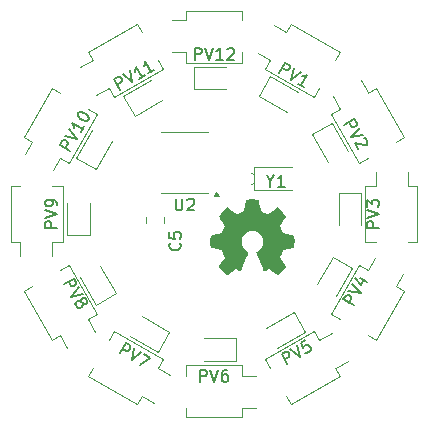
<source format=gbr>
%TF.GenerationSoftware,KiCad,Pcbnew,8.0.7*%
%TF.CreationDate,2025-01-14T01:45:44+02:00*%
%TF.ProjectId,LumiTimeV2,4c756d69-5469-46d6-9556-322e6b696361,rev?*%
%TF.SameCoordinates,Original*%
%TF.FileFunction,Legend,Top*%
%TF.FilePolarity,Positive*%
%FSLAX46Y46*%
G04 Gerber Fmt 4.6, Leading zero omitted, Abs format (unit mm)*
G04 Created by KiCad (PCBNEW 8.0.7) date 2025-01-14 01:45:44*
%MOMM*%
%LPD*%
G01*
G04 APERTURE LIST*
%ADD10C,0.150000*%
%ADD11C,0.120000*%
%ADD12C,0.000000*%
G04 APERTURE END LIST*
D10*
X148367143Y-86954819D02*
X148367143Y-85954819D01*
X148367143Y-85954819D02*
X148748095Y-85954819D01*
X148748095Y-85954819D02*
X148843333Y-86002438D01*
X148843333Y-86002438D02*
X148890952Y-86050057D01*
X148890952Y-86050057D02*
X148938571Y-86145295D01*
X148938571Y-86145295D02*
X148938571Y-86288152D01*
X148938571Y-86288152D02*
X148890952Y-86383390D01*
X148890952Y-86383390D02*
X148843333Y-86431009D01*
X148843333Y-86431009D02*
X148748095Y-86478628D01*
X148748095Y-86478628D02*
X148367143Y-86478628D01*
X149224286Y-85954819D02*
X149557619Y-86954819D01*
X149557619Y-86954819D02*
X149890952Y-85954819D01*
X150748095Y-86954819D02*
X150176667Y-86954819D01*
X150462381Y-86954819D02*
X150462381Y-85954819D01*
X150462381Y-85954819D02*
X150367143Y-86097676D01*
X150367143Y-86097676D02*
X150271905Y-86192914D01*
X150271905Y-86192914D02*
X150176667Y-86240533D01*
X151129048Y-86050057D02*
X151176667Y-86002438D01*
X151176667Y-86002438D02*
X151271905Y-85954819D01*
X151271905Y-85954819D02*
X151510000Y-85954819D01*
X151510000Y-85954819D02*
X151605238Y-86002438D01*
X151605238Y-86002438D02*
X151652857Y-86050057D01*
X151652857Y-86050057D02*
X151700476Y-86145295D01*
X151700476Y-86145295D02*
X151700476Y-86240533D01*
X151700476Y-86240533D02*
X151652857Y-86383390D01*
X151652857Y-86383390D02*
X151081429Y-86954819D01*
X151081429Y-86954819D02*
X151700476Y-86954819D01*
X146738095Y-98704819D02*
X146738095Y-99514342D01*
X146738095Y-99514342D02*
X146785714Y-99609580D01*
X146785714Y-99609580D02*
X146833333Y-99657200D01*
X146833333Y-99657200D02*
X146928571Y-99704819D01*
X146928571Y-99704819D02*
X147119047Y-99704819D01*
X147119047Y-99704819D02*
X147214285Y-99657200D01*
X147214285Y-99657200D02*
X147261904Y-99609580D01*
X147261904Y-99609580D02*
X147309523Y-99514342D01*
X147309523Y-99514342D02*
X147309523Y-98704819D01*
X147738095Y-98800057D02*
X147785714Y-98752438D01*
X147785714Y-98752438D02*
X147880952Y-98704819D01*
X147880952Y-98704819D02*
X148119047Y-98704819D01*
X148119047Y-98704819D02*
X148214285Y-98752438D01*
X148214285Y-98752438D02*
X148261904Y-98800057D01*
X148261904Y-98800057D02*
X148309523Y-98895295D01*
X148309523Y-98895295D02*
X148309523Y-98990533D01*
X148309523Y-98990533D02*
X148261904Y-99133390D01*
X148261904Y-99133390D02*
X147690476Y-99704819D01*
X147690476Y-99704819D02*
X148309523Y-99704819D01*
X155512227Y-88060551D02*
X156012227Y-87194526D01*
X156012227Y-87194526D02*
X156342141Y-87385002D01*
X156342141Y-87385002D02*
X156400810Y-87473860D01*
X156400810Y-87473860D02*
X156418240Y-87538909D01*
X156418240Y-87538909D02*
X156411860Y-87645197D01*
X156411860Y-87645197D02*
X156340432Y-87768915D01*
X156340432Y-87768915D02*
X156251574Y-87827584D01*
X156251574Y-87827584D02*
X156186525Y-87845014D01*
X156186525Y-87845014D02*
X156080237Y-87838634D01*
X156080237Y-87838634D02*
X155750322Y-87648158D01*
X156754534Y-87623097D02*
X156543210Y-88655789D01*
X156543210Y-88655789D02*
X157331885Y-87956430D01*
X157574192Y-89251027D02*
X157079321Y-88965313D01*
X157326756Y-89108170D02*
X157826756Y-88242145D01*
X157826756Y-88242145D02*
X157672849Y-88318244D01*
X157672849Y-88318244D02*
X157542752Y-88353103D01*
X157542752Y-88353103D02*
X157436463Y-88346723D01*
X137272781Y-105967046D02*
X138138807Y-105467046D01*
X138138807Y-105467046D02*
X138329283Y-105796960D01*
X138329283Y-105796960D02*
X138335663Y-105903249D01*
X138335663Y-105903249D02*
X138318233Y-105968297D01*
X138318233Y-105968297D02*
X138259564Y-106057156D01*
X138259564Y-106057156D02*
X138135846Y-106128584D01*
X138135846Y-106128584D02*
X138029558Y-106134964D01*
X138029558Y-106134964D02*
X137964509Y-106117534D01*
X137964509Y-106117534D02*
X137875651Y-106058865D01*
X137875651Y-106058865D02*
X137685174Y-105728951D01*
X138567378Y-106209353D02*
X137868019Y-106998029D01*
X137868019Y-106998029D02*
X138900711Y-106786704D01*
X138767653Y-107413383D02*
X138761273Y-107307094D01*
X138761273Y-107307094D02*
X138778703Y-107242046D01*
X138778703Y-107242046D02*
X138837372Y-107153187D01*
X138837372Y-107153187D02*
X138878611Y-107129378D01*
X138878611Y-107129378D02*
X138984900Y-107122998D01*
X138984900Y-107122998D02*
X139049948Y-107140428D01*
X139049948Y-107140428D02*
X139138807Y-107199097D01*
X139138807Y-107199097D02*
X139234045Y-107364054D01*
X139234045Y-107364054D02*
X139240425Y-107470342D01*
X139240425Y-107470342D02*
X139222995Y-107535391D01*
X139222995Y-107535391D02*
X139164326Y-107624249D01*
X139164326Y-107624249D02*
X139123086Y-107648059D01*
X139123086Y-107648059D02*
X139016798Y-107654439D01*
X139016798Y-107654439D02*
X138951749Y-107637009D01*
X138951749Y-107637009D02*
X138862891Y-107578340D01*
X138862891Y-107578340D02*
X138767653Y-107413383D01*
X138767653Y-107413383D02*
X138678795Y-107354714D01*
X138678795Y-107354714D02*
X138613746Y-107337284D01*
X138613746Y-107337284D02*
X138507458Y-107343663D01*
X138507458Y-107343663D02*
X138342500Y-107438902D01*
X138342500Y-107438902D02*
X138283831Y-107527760D01*
X138283831Y-107527760D02*
X138266402Y-107592809D01*
X138266402Y-107592809D02*
X138272781Y-107699097D01*
X138272781Y-107699097D02*
X138368019Y-107864054D01*
X138368019Y-107864054D02*
X138456878Y-107922723D01*
X138456878Y-107922723D02*
X138521927Y-107940153D01*
X138521927Y-107940153D02*
X138628215Y-107933773D01*
X138628215Y-107933773D02*
X138793172Y-107838535D01*
X138793172Y-107838535D02*
X138851841Y-107749677D01*
X138851841Y-107749677D02*
X138869271Y-107684628D01*
X138869271Y-107684628D02*
X138862891Y-107578340D01*
X142012227Y-111810551D02*
X142512227Y-110944526D01*
X142512227Y-110944526D02*
X142842141Y-111135002D01*
X142842141Y-111135002D02*
X142900810Y-111223860D01*
X142900810Y-111223860D02*
X142918240Y-111288909D01*
X142918240Y-111288909D02*
X142911860Y-111395197D01*
X142911860Y-111395197D02*
X142840432Y-111518915D01*
X142840432Y-111518915D02*
X142751574Y-111577584D01*
X142751574Y-111577584D02*
X142686525Y-111595014D01*
X142686525Y-111595014D02*
X142580237Y-111588634D01*
X142580237Y-111588634D02*
X142250322Y-111398158D01*
X143254534Y-111373097D02*
X143043210Y-112405789D01*
X143043210Y-112405789D02*
X143831885Y-111706430D01*
X144038081Y-111825478D02*
X144615432Y-112158811D01*
X144615432Y-112158811D02*
X143744278Y-112810551D01*
X163954819Y-101166666D02*
X162954819Y-101166666D01*
X162954819Y-101166666D02*
X162954819Y-100785714D01*
X162954819Y-100785714D02*
X163002438Y-100690476D01*
X163002438Y-100690476D02*
X163050057Y-100642857D01*
X163050057Y-100642857D02*
X163145295Y-100595238D01*
X163145295Y-100595238D02*
X163288152Y-100595238D01*
X163288152Y-100595238D02*
X163383390Y-100642857D01*
X163383390Y-100642857D02*
X163431009Y-100690476D01*
X163431009Y-100690476D02*
X163478628Y-100785714D01*
X163478628Y-100785714D02*
X163478628Y-101166666D01*
X162954819Y-100309523D02*
X163954819Y-99976190D01*
X163954819Y-99976190D02*
X162954819Y-99642857D01*
X162954819Y-99404761D02*
X162954819Y-98785714D01*
X162954819Y-98785714D02*
X163335771Y-99119047D01*
X163335771Y-99119047D02*
X163335771Y-98976190D01*
X163335771Y-98976190D02*
X163383390Y-98880952D01*
X163383390Y-98880952D02*
X163431009Y-98833333D01*
X163431009Y-98833333D02*
X163526247Y-98785714D01*
X163526247Y-98785714D02*
X163764342Y-98785714D01*
X163764342Y-98785714D02*
X163859580Y-98833333D01*
X163859580Y-98833333D02*
X163907200Y-98880952D01*
X163907200Y-98880952D02*
X163954819Y-98976190D01*
X163954819Y-98976190D02*
X163954819Y-99261904D01*
X163954819Y-99261904D02*
X163907200Y-99357142D01*
X163907200Y-99357142D02*
X163859580Y-99404761D01*
X161022781Y-92467046D02*
X161888807Y-91967046D01*
X161888807Y-91967046D02*
X162079283Y-92296960D01*
X162079283Y-92296960D02*
X162085663Y-92403249D01*
X162085663Y-92403249D02*
X162068233Y-92468297D01*
X162068233Y-92468297D02*
X162009564Y-92557156D01*
X162009564Y-92557156D02*
X161885846Y-92628584D01*
X161885846Y-92628584D02*
X161779558Y-92634964D01*
X161779558Y-92634964D02*
X161714509Y-92617534D01*
X161714509Y-92617534D02*
X161625651Y-92558865D01*
X161625651Y-92558865D02*
X161435174Y-92228951D01*
X162317378Y-92709353D02*
X161618019Y-93498029D01*
X161618019Y-93498029D02*
X162650711Y-93286704D01*
X162711090Y-93581759D02*
X162776139Y-93599189D01*
X162776139Y-93599189D02*
X162864997Y-93657858D01*
X162864997Y-93657858D02*
X162984045Y-93864054D01*
X162984045Y-93864054D02*
X162990425Y-93970342D01*
X162990425Y-93970342D02*
X162972995Y-94035391D01*
X162972995Y-94035391D02*
X162914326Y-94124249D01*
X162914326Y-94124249D02*
X162831847Y-94171868D01*
X162831847Y-94171868D02*
X162684320Y-94202058D01*
X162684320Y-94202058D02*
X161903734Y-93992900D01*
X161903734Y-93992900D02*
X162213258Y-94529011D01*
X154773809Y-97228628D02*
X154773809Y-97704819D01*
X154440476Y-96704819D02*
X154773809Y-97228628D01*
X154773809Y-97228628D02*
X155107142Y-96704819D01*
X155964285Y-97704819D02*
X155392857Y-97704819D01*
X155678571Y-97704819D02*
X155678571Y-96704819D01*
X155678571Y-96704819D02*
X155583333Y-96847676D01*
X155583333Y-96847676D02*
X155488095Y-96942914D01*
X155488095Y-96942914D02*
X155392857Y-96990533D01*
X147109580Y-102466666D02*
X147157200Y-102514285D01*
X147157200Y-102514285D02*
X147204819Y-102657142D01*
X147204819Y-102657142D02*
X147204819Y-102752380D01*
X147204819Y-102752380D02*
X147157200Y-102895237D01*
X147157200Y-102895237D02*
X147061961Y-102990475D01*
X147061961Y-102990475D02*
X146966723Y-103038094D01*
X146966723Y-103038094D02*
X146776247Y-103085713D01*
X146776247Y-103085713D02*
X146633390Y-103085713D01*
X146633390Y-103085713D02*
X146442914Y-103038094D01*
X146442914Y-103038094D02*
X146347676Y-102990475D01*
X146347676Y-102990475D02*
X146252438Y-102895237D01*
X146252438Y-102895237D02*
X146204819Y-102752380D01*
X146204819Y-102752380D02*
X146204819Y-102657142D01*
X146204819Y-102657142D02*
X146252438Y-102514285D01*
X146252438Y-102514285D02*
X146300057Y-102466666D01*
X146204819Y-101561904D02*
X146204819Y-102038094D01*
X146204819Y-102038094D02*
X146681009Y-102085713D01*
X146681009Y-102085713D02*
X146633390Y-102038094D01*
X146633390Y-102038094D02*
X146585771Y-101942856D01*
X146585771Y-101942856D02*
X146585771Y-101704761D01*
X146585771Y-101704761D02*
X146633390Y-101609523D01*
X146633390Y-101609523D02*
X146681009Y-101561904D01*
X146681009Y-101561904D02*
X146776247Y-101514285D01*
X146776247Y-101514285D02*
X147014342Y-101514285D01*
X147014342Y-101514285D02*
X147109580Y-101561904D01*
X147109580Y-101561904D02*
X147157200Y-101609523D01*
X147157200Y-101609523D02*
X147204819Y-101704761D01*
X147204819Y-101704761D02*
X147204819Y-101942856D01*
X147204819Y-101942856D02*
X147157200Y-102038094D01*
X147157200Y-102038094D02*
X147109580Y-102085713D01*
X137822456Y-94650165D02*
X136956431Y-94150165D01*
X136956431Y-94150165D02*
X137146907Y-93820250D01*
X137146907Y-93820250D02*
X137235765Y-93761581D01*
X137235765Y-93761581D02*
X137300814Y-93744151D01*
X137300814Y-93744151D02*
X137407102Y-93750531D01*
X137407102Y-93750531D02*
X137530820Y-93821960D01*
X137530820Y-93821960D02*
X137589489Y-93910818D01*
X137589489Y-93910818D02*
X137606919Y-93975867D01*
X137606919Y-93975867D02*
X137600539Y-94082155D01*
X137600539Y-94082155D02*
X137410063Y-94412069D01*
X137385002Y-93407857D02*
X138417694Y-93619182D01*
X138417694Y-93619182D02*
X137718335Y-92830507D01*
X139012932Y-92588199D02*
X138727218Y-93083071D01*
X138870075Y-92835635D02*
X138004050Y-92335635D01*
X138004050Y-92335635D02*
X138080149Y-92489542D01*
X138080149Y-92489542D02*
X138115008Y-92619640D01*
X138115008Y-92619640D02*
X138108628Y-92725928D01*
X138456431Y-91552088D02*
X138504050Y-91469610D01*
X138504050Y-91469610D02*
X138592908Y-91410941D01*
X138592908Y-91410941D02*
X138657957Y-91393511D01*
X138657957Y-91393511D02*
X138764245Y-91399891D01*
X138764245Y-91399891D02*
X138953012Y-91453889D01*
X138953012Y-91453889D02*
X139159208Y-91572937D01*
X139159208Y-91572937D02*
X139300356Y-91709414D01*
X139300356Y-91709414D02*
X139359025Y-91798273D01*
X139359025Y-91798273D02*
X139376455Y-91863322D01*
X139376455Y-91863322D02*
X139370075Y-91969610D01*
X139370075Y-91969610D02*
X139322456Y-92052088D01*
X139322456Y-92052088D02*
X139233598Y-92110757D01*
X139233598Y-92110757D02*
X139168549Y-92128187D01*
X139168549Y-92128187D02*
X139062261Y-92121807D01*
X139062261Y-92121807D02*
X138873494Y-92067809D01*
X138873494Y-92067809D02*
X138667297Y-91948761D01*
X138667297Y-91948761D02*
X138526150Y-91812284D01*
X138526150Y-91812284D02*
X138467481Y-91723425D01*
X138467481Y-91723425D02*
X138450051Y-91658376D01*
X138450051Y-91658376D02*
X138456431Y-91552088D01*
X161810551Y-107737773D02*
X160944526Y-107237773D01*
X160944526Y-107237773D02*
X161135002Y-106907859D01*
X161135002Y-106907859D02*
X161223860Y-106849190D01*
X161223860Y-106849190D02*
X161288909Y-106831760D01*
X161288909Y-106831760D02*
X161395197Y-106838140D01*
X161395197Y-106838140D02*
X161518915Y-106909568D01*
X161518915Y-106909568D02*
X161577584Y-106998426D01*
X161577584Y-106998426D02*
X161595014Y-107063475D01*
X161595014Y-107063475D02*
X161588634Y-107169763D01*
X161588634Y-107169763D02*
X161398158Y-107499678D01*
X161373097Y-106495466D02*
X162405789Y-106706790D01*
X162405789Y-106706790D02*
X161706430Y-105918115D01*
X162376058Y-105424953D02*
X162953408Y-105758286D01*
X161927096Y-105440673D02*
X162426638Y-106004013D01*
X162426638Y-106004013D02*
X162736162Y-105467902D01*
X156217046Y-112727218D02*
X155717046Y-111861192D01*
X155717046Y-111861192D02*
X156046960Y-111670716D01*
X156046960Y-111670716D02*
X156153249Y-111664336D01*
X156153249Y-111664336D02*
X156218297Y-111681766D01*
X156218297Y-111681766D02*
X156307156Y-111740435D01*
X156307156Y-111740435D02*
X156378584Y-111864153D01*
X156378584Y-111864153D02*
X156384964Y-111970441D01*
X156384964Y-111970441D02*
X156367534Y-112035490D01*
X156367534Y-112035490D02*
X156308865Y-112124348D01*
X156308865Y-112124348D02*
X155978951Y-112314825D01*
X156459353Y-111432621D02*
X157248029Y-112131980D01*
X157248029Y-112131980D02*
X157036704Y-111099288D01*
X157737772Y-110694526D02*
X157325379Y-110932621D01*
X157325379Y-110932621D02*
X157522235Y-111368823D01*
X157522235Y-111368823D02*
X157539665Y-111303775D01*
X157539665Y-111303775D02*
X157598334Y-111214916D01*
X157598334Y-111214916D02*
X157804530Y-111095869D01*
X157804530Y-111095869D02*
X157910818Y-111089489D01*
X157910818Y-111089489D02*
X157975867Y-111106919D01*
X157975867Y-111106919D02*
X158064726Y-111165588D01*
X158064726Y-111165588D02*
X158183773Y-111371784D01*
X158183773Y-111371784D02*
X158190153Y-111478072D01*
X158190153Y-111478072D02*
X158172723Y-111543121D01*
X158172723Y-111543121D02*
X158114054Y-111631980D01*
X158114054Y-111631980D02*
X157907858Y-111751027D01*
X157907858Y-111751027D02*
X157801569Y-111757407D01*
X157801569Y-111757407D02*
X157736521Y-111739977D01*
X142054653Y-89465313D02*
X141554653Y-88599287D01*
X141554653Y-88599287D02*
X141884568Y-88408811D01*
X141884568Y-88408811D02*
X141990856Y-88402431D01*
X141990856Y-88402431D02*
X142055905Y-88419861D01*
X142055905Y-88419861D02*
X142144763Y-88478530D01*
X142144763Y-88478530D02*
X142216192Y-88602248D01*
X142216192Y-88602248D02*
X142222571Y-88708536D01*
X142222571Y-88708536D02*
X142205142Y-88773585D01*
X142205142Y-88773585D02*
X142146473Y-88862443D01*
X142146473Y-88862443D02*
X141816558Y-89052920D01*
X142296961Y-88170716D02*
X143085636Y-88870075D01*
X143085636Y-88870075D02*
X142874311Y-87837383D01*
X144116619Y-88274836D02*
X143621747Y-88560551D01*
X143869183Y-88417694D02*
X143369183Y-87551668D01*
X143369183Y-87551668D02*
X143358133Y-87723005D01*
X143358133Y-87723005D02*
X143323273Y-87853103D01*
X143323273Y-87853103D02*
X143264604Y-87941961D01*
X144941405Y-87798646D02*
X144446533Y-88084360D01*
X144693969Y-87941503D02*
X144193969Y-87075478D01*
X144193969Y-87075478D02*
X144182919Y-87246815D01*
X144182919Y-87246815D02*
X144148059Y-87376912D01*
X144148059Y-87376912D02*
X144089390Y-87465771D01*
X136704819Y-101166666D02*
X135704819Y-101166666D01*
X135704819Y-101166666D02*
X135704819Y-100785714D01*
X135704819Y-100785714D02*
X135752438Y-100690476D01*
X135752438Y-100690476D02*
X135800057Y-100642857D01*
X135800057Y-100642857D02*
X135895295Y-100595238D01*
X135895295Y-100595238D02*
X136038152Y-100595238D01*
X136038152Y-100595238D02*
X136133390Y-100642857D01*
X136133390Y-100642857D02*
X136181009Y-100690476D01*
X136181009Y-100690476D02*
X136228628Y-100785714D01*
X136228628Y-100785714D02*
X136228628Y-101166666D01*
X135704819Y-100309523D02*
X136704819Y-99976190D01*
X136704819Y-99976190D02*
X135704819Y-99642857D01*
X136704819Y-99261904D02*
X136704819Y-99071428D01*
X136704819Y-99071428D02*
X136657200Y-98976190D01*
X136657200Y-98976190D02*
X136609580Y-98928571D01*
X136609580Y-98928571D02*
X136466723Y-98833333D01*
X136466723Y-98833333D02*
X136276247Y-98785714D01*
X136276247Y-98785714D02*
X135895295Y-98785714D01*
X135895295Y-98785714D02*
X135800057Y-98833333D01*
X135800057Y-98833333D02*
X135752438Y-98880952D01*
X135752438Y-98880952D02*
X135704819Y-98976190D01*
X135704819Y-98976190D02*
X135704819Y-99166666D01*
X135704819Y-99166666D02*
X135752438Y-99261904D01*
X135752438Y-99261904D02*
X135800057Y-99309523D01*
X135800057Y-99309523D02*
X135895295Y-99357142D01*
X135895295Y-99357142D02*
X136133390Y-99357142D01*
X136133390Y-99357142D02*
X136228628Y-99309523D01*
X136228628Y-99309523D02*
X136276247Y-99261904D01*
X136276247Y-99261904D02*
X136323866Y-99166666D01*
X136323866Y-99166666D02*
X136323866Y-98976190D01*
X136323866Y-98976190D02*
X136276247Y-98880952D01*
X136276247Y-98880952D02*
X136228628Y-98833333D01*
X136228628Y-98833333D02*
X136133390Y-98785714D01*
X148823333Y-114204819D02*
X148823333Y-113204819D01*
X148823333Y-113204819D02*
X149204285Y-113204819D01*
X149204285Y-113204819D02*
X149299523Y-113252438D01*
X149299523Y-113252438D02*
X149347142Y-113300057D01*
X149347142Y-113300057D02*
X149394761Y-113395295D01*
X149394761Y-113395295D02*
X149394761Y-113538152D01*
X149394761Y-113538152D02*
X149347142Y-113633390D01*
X149347142Y-113633390D02*
X149299523Y-113681009D01*
X149299523Y-113681009D02*
X149204285Y-113728628D01*
X149204285Y-113728628D02*
X148823333Y-113728628D01*
X149680476Y-113204819D02*
X150013809Y-114204819D01*
X150013809Y-114204819D02*
X150347142Y-113204819D01*
X151109047Y-113204819D02*
X150918571Y-113204819D01*
X150918571Y-113204819D02*
X150823333Y-113252438D01*
X150823333Y-113252438D02*
X150775714Y-113300057D01*
X150775714Y-113300057D02*
X150680476Y-113442914D01*
X150680476Y-113442914D02*
X150632857Y-113633390D01*
X150632857Y-113633390D02*
X150632857Y-114014342D01*
X150632857Y-114014342D02*
X150680476Y-114109580D01*
X150680476Y-114109580D02*
X150728095Y-114157200D01*
X150728095Y-114157200D02*
X150823333Y-114204819D01*
X150823333Y-114204819D02*
X151013809Y-114204819D01*
X151013809Y-114204819D02*
X151109047Y-114157200D01*
X151109047Y-114157200D02*
X151156666Y-114109580D01*
X151156666Y-114109580D02*
X151204285Y-114014342D01*
X151204285Y-114014342D02*
X151204285Y-113776247D01*
X151204285Y-113776247D02*
X151156666Y-113681009D01*
X151156666Y-113681009D02*
X151109047Y-113633390D01*
X151109047Y-113633390D02*
X151013809Y-113585771D01*
X151013809Y-113585771D02*
X150823333Y-113585771D01*
X150823333Y-113585771D02*
X150728095Y-113633390D01*
X150728095Y-113633390D02*
X150680476Y-113681009D01*
X150680476Y-113681009D02*
X150632857Y-113776247D01*
D11*
%TO.C,PV12*%
X146410000Y-86310000D02*
X147600000Y-86310000D01*
X147590000Y-83600000D02*
X146410000Y-83600000D01*
X147600000Y-82800000D02*
X147600000Y-83600000D01*
X147600000Y-86310000D02*
X147600000Y-87200000D01*
X147600000Y-87200000D02*
X152400000Y-87200000D01*
X152400000Y-82800000D02*
X147600000Y-82800000D01*
X152400000Y-83600000D02*
X152400000Y-82800000D01*
X152400000Y-87200000D02*
X152400000Y-86310000D01*
%TO.C,D2*%
X158294866Y-93270747D02*
X159637366Y-95596025D01*
X159957634Y-92310747D02*
X158294866Y-93270747D01*
X161300134Y-94636025D02*
X159957634Y-92310747D01*
%TO.C,U2*%
X147500000Y-93095000D02*
X145550000Y-93095000D01*
X147500000Y-93095000D02*
X149450000Y-93095000D01*
X147500000Y-98215000D02*
X145550000Y-98215000D01*
X147500000Y-98215000D02*
X149450000Y-98215000D01*
X150440000Y-98450000D02*
X149960000Y-98450000D01*
X150200000Y-98120000D01*
X150440000Y-98450000D01*
G36*
X150440000Y-98450000D02*
G01*
X149960000Y-98450000D01*
X150200000Y-98120000D01*
X150440000Y-98450000D01*
G37*
%TO.C,D5*%
X155363975Y-111331384D02*
X157689253Y-109988884D01*
X156729253Y-108326116D02*
X154403975Y-109668616D01*
X157689253Y-109988884D02*
X156729253Y-108326116D01*
%TO.C,D1*%
X153810747Y-89988884D02*
X156136025Y-91331384D01*
X154770747Y-88326116D02*
X153810747Y-89988884D01*
X157096025Y-89668616D02*
X154770747Y-88326116D01*
%TO.C,PV1*%
X153735969Y-86339493D02*
X154766539Y-86934493D01*
X154321540Y-87705255D02*
X158478461Y-90105256D01*
X154766539Y-86934493D02*
X154321540Y-87705255D01*
X156112879Y-84582564D02*
X155090969Y-83992564D01*
X156521539Y-83894744D02*
X156121539Y-84587564D01*
X158478461Y-90105256D02*
X158923460Y-89334494D01*
X160278460Y-86987565D02*
X160678460Y-86294745D01*
X160678460Y-86294745D02*
X156521539Y-83894744D01*
%TO.C,PV8*%
X133894744Y-106521540D02*
X136294745Y-110678462D01*
X134587565Y-106121538D02*
X133894744Y-106521540D01*
X136294745Y-110678462D02*
X136987564Y-110278461D01*
X136992564Y-110287120D02*
X137582566Y-111309032D01*
X137705255Y-104321538D02*
X136934494Y-104766538D01*
X139334493Y-108923461D02*
X140105256Y-108478460D01*
X139929495Y-109954032D02*
X139334493Y-108923461D01*
X140105256Y-108478460D02*
X137705255Y-104321538D01*
%TO.C,PV7*%
X139321539Y-113705254D02*
X143478461Y-116105256D01*
X139721539Y-113012436D02*
X139321539Y-113705254D01*
X141521539Y-109894744D02*
X141076539Y-110665505D01*
X143478461Y-116105256D02*
X143878462Y-115412434D01*
X143887122Y-115417435D02*
X144909031Y-116007436D01*
X145233460Y-113065505D02*
X145678461Y-112294746D01*
X145678461Y-112294746D02*
X141521539Y-109894744D01*
X146264032Y-113660508D02*
X145233460Y-113065505D01*
%TO.C,D3*%
X160540000Y-98252500D02*
X160540000Y-100937500D01*
X162460000Y-98252500D02*
X160540000Y-98252500D01*
X162460000Y-100937500D02*
X162460000Y-98252500D01*
%TO.C,D10*%
X138326116Y-95229253D02*
X139988884Y-96189253D01*
X139668616Y-92903975D02*
X138326116Y-95229253D01*
X139988884Y-96189253D02*
X141331384Y-93863975D01*
%TO.C,D8*%
X138668616Y-105363975D02*
X140011116Y-107689253D01*
X140011116Y-107689253D02*
X141673884Y-106729253D01*
X141673884Y-106729253D02*
X140331384Y-104403975D01*
%TO.C,PV3*%
X162800000Y-97600000D02*
X162800000Y-102400000D01*
X162800000Y-102400000D02*
X163690000Y-102400000D01*
X163690000Y-96410000D02*
X163690000Y-97600000D01*
X163690000Y-97600000D02*
X162800000Y-97600000D01*
X166400000Y-97590000D02*
X166400000Y-96410000D01*
X166400000Y-102400000D02*
X167200000Y-102400000D01*
X167200000Y-97600000D02*
X166400000Y-97600000D01*
X167200000Y-102400000D02*
X167200000Y-97600000D01*
%TO.C,D4*%
X160042366Y-103622646D02*
X158699866Y-105947924D01*
X160362634Y-106907924D02*
X161705134Y-104582646D01*
X161705134Y-104582646D02*
X160042366Y-103622646D01*
%TO.C,D7*%
X142903975Y-110331384D02*
X145229253Y-111673884D01*
X145229253Y-111673884D02*
X146189253Y-110011116D01*
X146189253Y-110011116D02*
X143863975Y-108668616D01*
%TO.C,PV2*%
X159894742Y-91521539D02*
X162294744Y-95678461D01*
X160070507Y-90045969D02*
X160665507Y-91076536D01*
X160665507Y-91076536D02*
X159894742Y-91521539D01*
X162294744Y-95678461D02*
X163065506Y-95233460D01*
X163007434Y-89712880D02*
X162417437Y-88690969D01*
X163705256Y-89321539D02*
X163012434Y-89721538D01*
X165412435Y-93878460D02*
X166105258Y-93478461D01*
X166105258Y-93478461D02*
X163705256Y-89321539D01*
%TO.C,Y1*%
X153125000Y-96500000D02*
X153125000Y-96500000D01*
X153125000Y-97500000D02*
X153125000Y-97500000D01*
X153375000Y-96050000D02*
X156575000Y-96050000D01*
X153375000Y-96650000D02*
X153125000Y-96500000D01*
X153375000Y-97350000D02*
X153125000Y-97500000D01*
X153375000Y-97950000D02*
X153375000Y-96050000D01*
X156575000Y-97950000D02*
X153375000Y-97950000D01*
%TO.C,C5*%
X144265000Y-100238748D02*
X144265000Y-100761252D01*
X145735000Y-100238748D02*
X145735000Y-100761252D01*
%TO.C,D12*%
X148315000Y-87540000D02*
X148315000Y-89460000D01*
X148315000Y-89460000D02*
X151000000Y-89460000D01*
X151000000Y-87540000D02*
X148315000Y-87540000D01*
D12*
%TO.C,OSHW*%
G36*
X153390223Y-98772587D02*
G01*
X153549322Y-98779981D01*
X153676108Y-98793022D01*
X153752726Y-98811709D01*
X153764987Y-98820310D01*
X153785952Y-98874799D01*
X153814552Y-98986090D01*
X153846702Y-99136870D01*
X153872501Y-99275838D01*
X153904668Y-99446150D01*
X153936786Y-99591221D01*
X153964711Y-99693635D01*
X153981354Y-99733288D01*
X154032711Y-99769601D01*
X154134509Y-99821566D01*
X154266690Y-99879137D01*
X154295631Y-99890686D01*
X154572133Y-99999264D01*
X154981901Y-99721051D01*
X155391669Y-99442838D01*
X155712367Y-99755318D01*
X155841728Y-99884034D01*
X155952891Y-99999604D01*
X156033545Y-100088904D01*
X156070516Y-100137122D01*
X156079291Y-100178771D01*
X156063360Y-100239532D01*
X156017371Y-100330554D01*
X155935975Y-100462982D01*
X155854562Y-100587044D01*
X155756819Y-100736901D01*
X155676735Y-100865499D01*
X155622440Y-100959369D01*
X155602060Y-101005043D01*
X155602056Y-101005461D01*
X155616300Y-101055575D01*
X155653398Y-101155636D01*
X155706245Y-101286797D01*
X155724660Y-101330698D01*
X155846365Y-101618116D01*
X156283412Y-101699441D01*
X156502684Y-101744985D01*
X156660503Y-101788178D01*
X156751296Y-101827389D01*
X156767356Y-101841276D01*
X156789650Y-101908514D01*
X156805107Y-102030668D01*
X156813727Y-102187930D01*
X156815509Y-102360492D01*
X156810454Y-102528546D01*
X156798562Y-102672284D01*
X156779832Y-102771898D01*
X156767356Y-102799730D01*
X156700823Y-102841512D01*
X156560075Y-102887405D01*
X156345812Y-102937192D01*
X156294209Y-102947595D01*
X155867961Y-103031758D01*
X155737185Y-103359289D01*
X155606410Y-103686820D01*
X155857654Y-104058224D01*
X155966519Y-104222717D01*
X156036125Y-104338507D01*
X156072005Y-104417093D01*
X156079695Y-104469973D01*
X156070213Y-104499822D01*
X156029123Y-104553009D01*
X155946309Y-104645164D01*
X155834000Y-104763102D01*
X155710899Y-104887239D01*
X155390270Y-105204463D01*
X155010879Y-104945357D01*
X154631488Y-104686251D01*
X154467314Y-104773345D01*
X154362301Y-104820556D01*
X154279487Y-104842869D01*
X154253912Y-104841547D01*
X154227547Y-104803485D01*
X154178881Y-104707797D01*
X154113070Y-104566688D01*
X154035269Y-104392367D01*
X153950630Y-104197039D01*
X153864310Y-103992913D01*
X153781463Y-103792195D01*
X153707243Y-103607093D01*
X153646805Y-103449812D01*
X153605303Y-103332561D01*
X153587892Y-103267546D01*
X153587666Y-103263744D01*
X153615508Y-103210282D01*
X153685980Y-103137298D01*
X153728360Y-103102554D01*
X153918542Y-102939188D01*
X154045836Y-102779415D01*
X154119524Y-102606287D01*
X154148888Y-102402855D01*
X154150443Y-102331879D01*
X154131030Y-102109646D01*
X154065499Y-101923840D01*
X153942913Y-101746255D01*
X153907833Y-101706188D01*
X153722394Y-101553332D01*
X153505515Y-101459405D01*
X153272212Y-101424407D01*
X153037500Y-101448338D01*
X152816392Y-101531198D01*
X152623903Y-101672987D01*
X152592166Y-101706188D01*
X152456329Y-101884790D01*
X152379498Y-102065597D01*
X152350593Y-102277412D01*
X152349557Y-102336870D01*
X152375934Y-102580837D01*
X152459733Y-102786206D01*
X152607955Y-102966922D01*
X152709100Y-103052922D01*
X152811579Y-103139420D01*
X152884611Y-103215254D01*
X152912334Y-103263853D01*
X152898179Y-103322685D01*
X152859169Y-103435071D01*
X152800481Y-103588802D01*
X152727296Y-103771668D01*
X152644792Y-103971462D01*
X152558149Y-104175973D01*
X152472546Y-104372993D01*
X152393162Y-104550313D01*
X152325177Y-104695722D01*
X152273769Y-104797013D01*
X152244119Y-104841976D01*
X152242473Y-104842934D01*
X152180687Y-104837945D01*
X152083229Y-104802399D01*
X152027580Y-104774690D01*
X151865532Y-104686167D01*
X151529330Y-104918761D01*
X151387223Y-105015672D01*
X151264560Y-105096739D01*
X151176435Y-105152138D01*
X151141411Y-105171202D01*
X151093930Y-105153199D01*
X151004256Y-105084862D01*
X150879656Y-104972289D01*
X150739866Y-104834324D01*
X150579844Y-104665961D01*
X150474278Y-104542262D01*
X150420258Y-104459517D01*
X150413025Y-104417698D01*
X150442922Y-104363205D01*
X150505733Y-104262823D01*
X150591452Y-104132207D01*
X150665166Y-104023221D01*
X150894321Y-103688646D01*
X150763180Y-103360202D01*
X150632039Y-103031758D01*
X150205790Y-102947595D01*
X149976910Y-102897056D01*
X149821407Y-102850367D01*
X149739978Y-102807745D01*
X149732644Y-102799730D01*
X149710349Y-102730975D01*
X149694892Y-102607769D01*
X149686273Y-102449920D01*
X149684490Y-102277236D01*
X149689545Y-102109526D01*
X149701438Y-101966597D01*
X149720168Y-101868259D01*
X149732644Y-101841276D01*
X149795730Y-101804066D01*
X149928020Y-101762234D01*
X150123941Y-101717414D01*
X150216588Y-101699441D01*
X150653634Y-101618116D01*
X150775339Y-101330698D01*
X150831617Y-101193738D01*
X150874342Y-101082050D01*
X150896409Y-101014484D01*
X150897944Y-101005461D01*
X150878541Y-100961200D01*
X150825014Y-100868398D01*
X150745490Y-100740522D01*
X150648098Y-100591041D01*
X150645438Y-100587044D01*
X150535912Y-100418787D01*
X150465560Y-100299784D01*
X150429030Y-100218886D01*
X150420973Y-100164946D01*
X150429484Y-100137122D01*
X150470309Y-100084411D01*
X150553196Y-99993114D01*
X150665835Y-99876356D01*
X150787632Y-99755318D01*
X151108330Y-99442838D01*
X151518099Y-99721051D01*
X151927867Y-99999264D01*
X152204369Y-99890686D01*
X152340290Y-99833204D01*
X152449929Y-99779277D01*
X152513226Y-99738948D01*
X152518646Y-99733288D01*
X152540169Y-99677968D01*
X152569229Y-99565943D01*
X152601680Y-99414629D01*
X152627499Y-99275838D01*
X152659531Y-99105786D01*
X152691318Y-98961220D01*
X152718774Y-98859453D01*
X152735013Y-98820310D01*
X152787831Y-98799473D01*
X152897617Y-98784282D01*
X153046515Y-98774737D01*
X153216669Y-98770839D01*
X153390223Y-98772587D01*
G37*
D11*
%TO.C,D11*%
X142310747Y-90011116D02*
X143270747Y-91673884D01*
X143270747Y-91673884D02*
X145596025Y-90331384D01*
X144636025Y-88668616D02*
X142310747Y-90011116D01*
%TO.C,PV10*%
X133894744Y-93478461D02*
X134587565Y-93878461D01*
X134582564Y-93887121D02*
X133992564Y-94909031D01*
X136294744Y-89321539D02*
X133894744Y-93478461D01*
X136339495Y-96264031D02*
X136934493Y-95233461D01*
X136934493Y-95233461D02*
X137705256Y-95678461D01*
X136987564Y-89721539D02*
X136294744Y-89321539D01*
X137705256Y-95678461D02*
X140105256Y-91521539D01*
X140105256Y-91521539D02*
X139334494Y-91076540D01*
%TO.C,PV4*%
X159894744Y-108478461D02*
X160665507Y-108923461D01*
X162294743Y-104321539D02*
X159894744Y-108478461D01*
X163012436Y-110278461D02*
X163705257Y-110678461D01*
X163065504Y-104766539D02*
X162294743Y-104321539D01*
X163660505Y-103735969D02*
X163065504Y-104766539D01*
X163705257Y-110678461D02*
X166105256Y-106521539D01*
X165417436Y-106112880D02*
X166007435Y-105090968D01*
X166105256Y-106521539D02*
X165412436Y-106121540D01*
%TO.C,PV5*%
X154321540Y-112294745D02*
X154766539Y-113065508D01*
X156121540Y-115412436D02*
X156521539Y-116105257D01*
X156521539Y-116105257D02*
X160678460Y-113705255D01*
X158478461Y-109894743D02*
X154321540Y-112294745D01*
X158923460Y-110665506D02*
X158478461Y-109894743D01*
X159954031Y-110070507D02*
X158923460Y-110665506D01*
X160287121Y-113007436D02*
X161309031Y-112417436D01*
X160678460Y-113705255D02*
X160278461Y-113012436D01*
%TO.C,PV11*%
X139321540Y-86294745D02*
X139721539Y-86987564D01*
X139712878Y-86992566D02*
X138690969Y-87582564D01*
X140045969Y-89929493D02*
X141076540Y-89334494D01*
X141076540Y-89334494D02*
X141521539Y-90105256D01*
X141521539Y-90105256D02*
X145678460Y-87705255D01*
X143478461Y-83894744D02*
X139321540Y-86294745D01*
X143878461Y-84587565D02*
X143478461Y-83894744D01*
X145678460Y-87705255D02*
X145233461Y-86934493D01*
%TO.C,PV9*%
X132800000Y-97600000D02*
X132800000Y-102400000D01*
X132800000Y-102400000D02*
X133600000Y-102400000D01*
X133600000Y-97600000D02*
X132800000Y-97600000D01*
X133600000Y-102410000D02*
X133600000Y-103590000D01*
X136310000Y-102400000D02*
X137200000Y-102400000D01*
X136310000Y-103590000D02*
X136310000Y-102400000D01*
X137200000Y-97600000D02*
X136310000Y-97600000D01*
X137200000Y-102400000D02*
X137200000Y-97600000D01*
%TO.C,PV6*%
X147600000Y-112800000D02*
X147600000Y-113690000D01*
X147600000Y-116400000D02*
X147600000Y-117200000D01*
X147600000Y-117200000D02*
X152400000Y-117200000D01*
X152400000Y-112800000D02*
X147600000Y-112800000D01*
X152400000Y-113690000D02*
X152400000Y-112800000D01*
X152400000Y-117200000D02*
X152400000Y-116400000D01*
X152410000Y-116400000D02*
X153590000Y-116400000D01*
X153590000Y-113690000D02*
X152400000Y-113690000D01*
%TO.C,D6*%
X149187500Y-112460000D02*
X151872500Y-112460000D01*
X151872500Y-110540000D02*
X149187500Y-110540000D01*
X151872500Y-112460000D02*
X151872500Y-110540000D01*
%TO.C,D9*%
X137540000Y-99062500D02*
X137540000Y-101747500D01*
X137540000Y-101747500D02*
X139460000Y-101747500D01*
X139460000Y-101747500D02*
X139460000Y-99062500D01*
%TD*%
M02*

</source>
